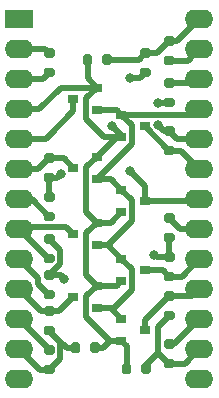
<source format=gtl>
G04 #@! TF.GenerationSoftware,KiCad,Pcbnew,5.1.12-84ad8e8a86~92~ubuntu20.04.1*
G04 #@! TF.CreationDate,2022-05-29T14:18:07-04:00*
G04 #@! TF.ProjectId,fluke9010-protection,666c756b-6539-4303-9130-2d70726f7465,rev?*
G04 #@! TF.SameCoordinates,Original*
G04 #@! TF.FileFunction,Copper,L1,Top*
G04 #@! TF.FilePolarity,Positive*
%FSLAX46Y46*%
G04 Gerber Fmt 4.6, Leading zero omitted, Abs format (unit mm)*
G04 Created by KiCad (PCBNEW 5.1.12-84ad8e8a86~92~ubuntu20.04.1) date 2022-05-29 14:18:07*
%MOMM*%
%LPD*%
G01*
G04 APERTURE LIST*
G04 #@! TA.AperFunction,ComponentPad*
%ADD10R,2.400000X1.600000*%
G04 #@! TD*
G04 #@! TA.AperFunction,ComponentPad*
%ADD11O,2.400000X1.600000*%
G04 #@! TD*
G04 #@! TA.AperFunction,SMDPad,CuDef*
%ADD12R,0.900000X0.800000*%
G04 #@! TD*
G04 #@! TA.AperFunction,ViaPad*
%ADD13C,0.800000*%
G04 #@! TD*
G04 #@! TA.AperFunction,Conductor*
%ADD14C,0.500000*%
G04 #@! TD*
G04 APERTURE END LIST*
G04 #@! TA.AperFunction,SMDPad,CuDef*
G36*
G01*
X134537000Y-69109000D02*
X134537000Y-68559000D01*
G75*
G02*
X134737000Y-68359000I200000J0D01*
G01*
X135137000Y-68359000D01*
G75*
G02*
X135337000Y-68559000I0J-200000D01*
G01*
X135337000Y-69109000D01*
G75*
G02*
X135137000Y-69309000I-200000J0D01*
G01*
X134737000Y-69309000D01*
G75*
G02*
X134537000Y-69109000I0J200000D01*
G01*
G37*
G04 #@! TD.AperFunction*
G04 #@! TA.AperFunction,SMDPad,CuDef*
G36*
G01*
X132887000Y-69109000D02*
X132887000Y-68559000D01*
G75*
G02*
X133087000Y-68359000I200000J0D01*
G01*
X133487000Y-68359000D01*
G75*
G02*
X133687000Y-68559000I0J-200000D01*
G01*
X133687000Y-69109000D01*
G75*
G02*
X133487000Y-69309000I-200000J0D01*
G01*
X133087000Y-69309000D01*
G75*
G02*
X132887000Y-69109000I0J200000D01*
G01*
G37*
G04 #@! TD.AperFunction*
G04 #@! TA.AperFunction,SMDPad,CuDef*
G36*
G01*
X132671000Y-92943000D02*
X132671000Y-93493000D01*
G75*
G02*
X132471000Y-93693000I-200000J0D01*
G01*
X132071000Y-93693000D01*
G75*
G02*
X131871000Y-93493000I0J200000D01*
G01*
X131871000Y-92943000D01*
G75*
G02*
X132071000Y-92743000I200000J0D01*
G01*
X132471000Y-92743000D01*
G75*
G02*
X132671000Y-92943000I0J-200000D01*
G01*
G37*
G04 #@! TD.AperFunction*
G04 #@! TA.AperFunction,SMDPad,CuDef*
G36*
G01*
X134321000Y-92943000D02*
X134321000Y-93493000D01*
G75*
G02*
X134121000Y-93693000I-200000J0D01*
G01*
X133721000Y-93693000D01*
G75*
G02*
X133521000Y-93493000I0J200000D01*
G01*
X133521000Y-92943000D01*
G75*
G02*
X133721000Y-92743000I200000J0D01*
G01*
X134121000Y-92743000D01*
G75*
G02*
X134321000Y-92943000I0J-200000D01*
G01*
G37*
G04 #@! TD.AperFunction*
G04 #@! TA.AperFunction,SMDPad,CuDef*
G36*
G01*
X137839000Y-95271000D02*
X137839000Y-94721000D01*
G75*
G02*
X138039000Y-94521000I200000J0D01*
G01*
X138439000Y-94521000D01*
G75*
G02*
X138639000Y-94721000I0J-200000D01*
G01*
X138639000Y-95271000D01*
G75*
G02*
X138439000Y-95471000I-200000J0D01*
G01*
X138039000Y-95471000D01*
G75*
G02*
X137839000Y-95271000I0J200000D01*
G01*
G37*
G04 #@! TD.AperFunction*
G04 #@! TA.AperFunction,SMDPad,CuDef*
G36*
G01*
X136189000Y-95271000D02*
X136189000Y-94721000D01*
G75*
G02*
X136389000Y-94521000I200000J0D01*
G01*
X136789000Y-94521000D01*
G75*
G02*
X136989000Y-94721000I0J-200000D01*
G01*
X136989000Y-95271000D01*
G75*
G02*
X136789000Y-95471000I-200000J0D01*
G01*
X136389000Y-95471000D01*
G75*
G02*
X136189000Y-95271000I0J200000D01*
G01*
G37*
G04 #@! TD.AperFunction*
G04 #@! TA.AperFunction,SMDPad,CuDef*
G36*
G01*
X139933000Y-72053000D02*
X140483000Y-72053000D01*
G75*
G02*
X140683000Y-72253000I0J-200000D01*
G01*
X140683000Y-72653000D01*
G75*
G02*
X140483000Y-72853000I-200000J0D01*
G01*
X139933000Y-72853000D01*
G75*
G02*
X139733000Y-72653000I0J200000D01*
G01*
X139733000Y-72253000D01*
G75*
G02*
X139933000Y-72053000I200000J0D01*
G01*
G37*
G04 #@! TD.AperFunction*
G04 #@! TA.AperFunction,SMDPad,CuDef*
G36*
G01*
X139933000Y-70403000D02*
X140483000Y-70403000D01*
G75*
G02*
X140683000Y-70603000I0J-200000D01*
G01*
X140683000Y-71003000D01*
G75*
G02*
X140483000Y-71203000I-200000J0D01*
G01*
X139933000Y-71203000D01*
G75*
G02*
X139733000Y-71003000I0J200000D01*
G01*
X139733000Y-70603000D01*
G75*
G02*
X139933000Y-70403000I200000J0D01*
G01*
G37*
G04 #@! TD.AperFunction*
G04 #@! TA.AperFunction,SMDPad,CuDef*
G36*
G01*
X129773000Y-94659000D02*
X130323000Y-94659000D01*
G75*
G02*
X130523000Y-94859000I0J-200000D01*
G01*
X130523000Y-95259000D01*
G75*
G02*
X130323000Y-95459000I-200000J0D01*
G01*
X129773000Y-95459000D01*
G75*
G02*
X129573000Y-95259000I0J200000D01*
G01*
X129573000Y-94859000D01*
G75*
G02*
X129773000Y-94659000I200000J0D01*
G01*
G37*
G04 #@! TD.AperFunction*
G04 #@! TA.AperFunction,SMDPad,CuDef*
G36*
G01*
X129773000Y-93009000D02*
X130323000Y-93009000D01*
G75*
G02*
X130523000Y-93209000I0J-200000D01*
G01*
X130523000Y-93609000D01*
G75*
G02*
X130323000Y-93809000I-200000J0D01*
G01*
X129773000Y-93809000D01*
G75*
G02*
X129573000Y-93609000I0J200000D01*
G01*
X129573000Y-93209000D01*
G75*
G02*
X129773000Y-93009000I200000J0D01*
G01*
G37*
G04 #@! TD.AperFunction*
G04 #@! TA.AperFunction,SMDPad,CuDef*
G36*
G01*
X140483000Y-67647000D02*
X139933000Y-67647000D01*
G75*
G02*
X139733000Y-67447000I0J200000D01*
G01*
X139733000Y-67047000D01*
G75*
G02*
X139933000Y-66847000I200000J0D01*
G01*
X140483000Y-66847000D01*
G75*
G02*
X140683000Y-67047000I0J-200000D01*
G01*
X140683000Y-67447000D01*
G75*
G02*
X140483000Y-67647000I-200000J0D01*
G01*
G37*
G04 #@! TD.AperFunction*
G04 #@! TA.AperFunction,SMDPad,CuDef*
G36*
G01*
X140483000Y-69297000D02*
X139933000Y-69297000D01*
G75*
G02*
X139733000Y-69097000I0J200000D01*
G01*
X139733000Y-68697000D01*
G75*
G02*
X139933000Y-68497000I200000J0D01*
G01*
X140483000Y-68497000D01*
G75*
G02*
X140683000Y-68697000I0J-200000D01*
G01*
X140683000Y-69097000D01*
G75*
G02*
X140483000Y-69297000I-200000J0D01*
G01*
G37*
G04 #@! TD.AperFunction*
G04 #@! TA.AperFunction,SMDPad,CuDef*
G36*
G01*
X130323000Y-80855000D02*
X129773000Y-80855000D01*
G75*
G02*
X129573000Y-80655000I0J200000D01*
G01*
X129573000Y-80255000D01*
G75*
G02*
X129773000Y-80055000I200000J0D01*
G01*
X130323000Y-80055000D01*
G75*
G02*
X130523000Y-80255000I0J-200000D01*
G01*
X130523000Y-80655000D01*
G75*
G02*
X130323000Y-80855000I-200000J0D01*
G01*
G37*
G04 #@! TD.AperFunction*
G04 #@! TA.AperFunction,SMDPad,CuDef*
G36*
G01*
X130323000Y-82505000D02*
X129773000Y-82505000D01*
G75*
G02*
X129573000Y-82305000I0J200000D01*
G01*
X129573000Y-81905000D01*
G75*
G02*
X129773000Y-81705000I200000J0D01*
G01*
X130323000Y-81705000D01*
G75*
G02*
X130523000Y-81905000I0J-200000D01*
G01*
X130523000Y-82305000D01*
G75*
G02*
X130323000Y-82505000I-200000J0D01*
G01*
G37*
G04 #@! TD.AperFunction*
G04 #@! TA.AperFunction,SMDPad,CuDef*
G36*
G01*
X130323000Y-68663000D02*
X129773000Y-68663000D01*
G75*
G02*
X129573000Y-68463000I0J200000D01*
G01*
X129573000Y-68063000D01*
G75*
G02*
X129773000Y-67863000I200000J0D01*
G01*
X130323000Y-67863000D01*
G75*
G02*
X130523000Y-68063000I0J-200000D01*
G01*
X130523000Y-68463000D01*
G75*
G02*
X130323000Y-68663000I-200000J0D01*
G01*
G37*
G04 #@! TD.AperFunction*
G04 #@! TA.AperFunction,SMDPad,CuDef*
G36*
G01*
X130323000Y-70313000D02*
X129773000Y-70313000D01*
G75*
G02*
X129573000Y-70113000I0J200000D01*
G01*
X129573000Y-69713000D01*
G75*
G02*
X129773000Y-69513000I200000J0D01*
G01*
X130323000Y-69513000D01*
G75*
G02*
X130523000Y-69713000I0J-200000D01*
G01*
X130523000Y-70113000D01*
G75*
G02*
X130323000Y-70313000I-200000J0D01*
G01*
G37*
G04 #@! TD.AperFunction*
G04 #@! TA.AperFunction,SMDPad,CuDef*
G36*
G01*
X130323000Y-87459000D02*
X129773000Y-87459000D01*
G75*
G02*
X129573000Y-87259000I0J200000D01*
G01*
X129573000Y-86859000D01*
G75*
G02*
X129773000Y-86659000I200000J0D01*
G01*
X130323000Y-86659000D01*
G75*
G02*
X130523000Y-86859000I0J-200000D01*
G01*
X130523000Y-87259000D01*
G75*
G02*
X130323000Y-87459000I-200000J0D01*
G01*
G37*
G04 #@! TD.AperFunction*
G04 #@! TA.AperFunction,SMDPad,CuDef*
G36*
G01*
X130323000Y-89109000D02*
X129773000Y-89109000D01*
G75*
G02*
X129573000Y-88909000I0J200000D01*
G01*
X129573000Y-88509000D01*
G75*
G02*
X129773000Y-88309000I200000J0D01*
G01*
X130323000Y-88309000D01*
G75*
G02*
X130523000Y-88509000I0J-200000D01*
G01*
X130523000Y-88909000D01*
G75*
G02*
X130323000Y-89109000I-200000J0D01*
G01*
G37*
G04 #@! TD.AperFunction*
G04 #@! TA.AperFunction,SMDPad,CuDef*
G36*
G01*
X139933000Y-83483000D02*
X140483000Y-83483000D01*
G75*
G02*
X140683000Y-83683000I0J-200000D01*
G01*
X140683000Y-84083000D01*
G75*
G02*
X140483000Y-84283000I-200000J0D01*
G01*
X139933000Y-84283000D01*
G75*
G02*
X139733000Y-84083000I0J200000D01*
G01*
X139733000Y-83683000D01*
G75*
G02*
X139933000Y-83483000I200000J0D01*
G01*
G37*
G04 #@! TD.AperFunction*
G04 #@! TA.AperFunction,SMDPad,CuDef*
G36*
G01*
X139933000Y-81833000D02*
X140483000Y-81833000D01*
G75*
G02*
X140683000Y-82033000I0J-200000D01*
G01*
X140683000Y-82433000D01*
G75*
G02*
X140483000Y-82633000I-200000J0D01*
G01*
X139933000Y-82633000D01*
G75*
G02*
X139733000Y-82433000I0J200000D01*
G01*
X139733000Y-82033000D01*
G75*
G02*
X139933000Y-81833000I200000J0D01*
G01*
G37*
G04 #@! TD.AperFunction*
G04 #@! TA.AperFunction,SMDPad,CuDef*
G36*
G01*
X139933000Y-94151000D02*
X140483000Y-94151000D01*
G75*
G02*
X140683000Y-94351000I0J-200000D01*
G01*
X140683000Y-94751000D01*
G75*
G02*
X140483000Y-94951000I-200000J0D01*
G01*
X139933000Y-94951000D01*
G75*
G02*
X139733000Y-94751000I0J200000D01*
G01*
X139733000Y-94351000D01*
G75*
G02*
X139933000Y-94151000I200000J0D01*
G01*
G37*
G04 #@! TD.AperFunction*
G04 #@! TA.AperFunction,SMDPad,CuDef*
G36*
G01*
X139933000Y-92501000D02*
X140483000Y-92501000D01*
G75*
G02*
X140683000Y-92701000I0J-200000D01*
G01*
X140683000Y-93101000D01*
G75*
G02*
X140483000Y-93301000I-200000J0D01*
G01*
X139933000Y-93301000D01*
G75*
G02*
X139733000Y-93101000I0J200000D01*
G01*
X139733000Y-92701000D01*
G75*
G02*
X139933000Y-92501000I200000J0D01*
G01*
G37*
G04 #@! TD.AperFunction*
G04 #@! TA.AperFunction,SMDPad,CuDef*
G36*
G01*
X140483000Y-75267000D02*
X139933000Y-75267000D01*
G75*
G02*
X139733000Y-75067000I0J200000D01*
G01*
X139733000Y-74667000D01*
G75*
G02*
X139933000Y-74467000I200000J0D01*
G01*
X140483000Y-74467000D01*
G75*
G02*
X140683000Y-74667000I0J-200000D01*
G01*
X140683000Y-75067000D01*
G75*
G02*
X140483000Y-75267000I-200000J0D01*
G01*
G37*
G04 #@! TD.AperFunction*
G04 #@! TA.AperFunction,SMDPad,CuDef*
G36*
G01*
X140483000Y-76917000D02*
X139933000Y-76917000D01*
G75*
G02*
X139733000Y-76717000I0J200000D01*
G01*
X139733000Y-76317000D01*
G75*
G02*
X139933000Y-76117000I200000J0D01*
G01*
X140483000Y-76117000D01*
G75*
G02*
X140683000Y-76317000I0J-200000D01*
G01*
X140683000Y-76717000D01*
G75*
G02*
X140483000Y-76917000I-200000J0D01*
G01*
G37*
G04 #@! TD.AperFunction*
G04 #@! TA.AperFunction,SMDPad,CuDef*
G36*
G01*
X129773000Y-91357000D02*
X130323000Y-91357000D01*
G75*
G02*
X130523000Y-91557000I0J-200000D01*
G01*
X130523000Y-91957000D01*
G75*
G02*
X130323000Y-92157000I-200000J0D01*
G01*
X129773000Y-92157000D01*
G75*
G02*
X129573000Y-91957000I0J200000D01*
G01*
X129573000Y-91557000D01*
G75*
G02*
X129773000Y-91357000I200000J0D01*
G01*
G37*
G04 #@! TD.AperFunction*
G04 #@! TA.AperFunction,SMDPad,CuDef*
G36*
G01*
X129773000Y-89707000D02*
X130323000Y-89707000D01*
G75*
G02*
X130523000Y-89907000I0J-200000D01*
G01*
X130523000Y-90307000D01*
G75*
G02*
X130323000Y-90507000I-200000J0D01*
G01*
X129773000Y-90507000D01*
G75*
G02*
X129573000Y-90307000I0J200000D01*
G01*
X129573000Y-89907000D01*
G75*
G02*
X129773000Y-89707000I200000J0D01*
G01*
G37*
G04 #@! TD.AperFunction*
G04 #@! TA.AperFunction,SMDPad,CuDef*
G36*
G01*
X138451000Y-68663000D02*
X137901000Y-68663000D01*
G75*
G02*
X137701000Y-68463000I0J200000D01*
G01*
X137701000Y-68063000D01*
G75*
G02*
X137901000Y-67863000I200000J0D01*
G01*
X138451000Y-67863000D01*
G75*
G02*
X138651000Y-68063000I0J-200000D01*
G01*
X138651000Y-68463000D01*
G75*
G02*
X138451000Y-68663000I-200000J0D01*
G01*
G37*
G04 #@! TD.AperFunction*
G04 #@! TA.AperFunction,SMDPad,CuDef*
G36*
G01*
X138451000Y-70313000D02*
X137901000Y-70313000D01*
G75*
G02*
X137701000Y-70113000I0J200000D01*
G01*
X137701000Y-69713000D01*
G75*
G02*
X137901000Y-69513000I200000J0D01*
G01*
X138451000Y-69513000D01*
G75*
G02*
X138651000Y-69713000I0J-200000D01*
G01*
X138651000Y-70113000D01*
G75*
G02*
X138451000Y-70313000I-200000J0D01*
G01*
G37*
G04 #@! TD.AperFunction*
G04 #@! TA.AperFunction,SMDPad,CuDef*
G36*
G01*
X129773000Y-78403000D02*
X130323000Y-78403000D01*
G75*
G02*
X130523000Y-78603000I0J-200000D01*
G01*
X130523000Y-79003000D01*
G75*
G02*
X130323000Y-79203000I-200000J0D01*
G01*
X129773000Y-79203000D01*
G75*
G02*
X129573000Y-79003000I0J200000D01*
G01*
X129573000Y-78603000D01*
G75*
G02*
X129773000Y-78403000I200000J0D01*
G01*
G37*
G04 #@! TD.AperFunction*
G04 #@! TA.AperFunction,SMDPad,CuDef*
G36*
G01*
X129773000Y-76753000D02*
X130323000Y-76753000D01*
G75*
G02*
X130523000Y-76953000I0J-200000D01*
G01*
X130523000Y-77353000D01*
G75*
G02*
X130323000Y-77553000I-200000J0D01*
G01*
X129773000Y-77553000D01*
G75*
G02*
X129573000Y-77353000I0J200000D01*
G01*
X129573000Y-76953000D01*
G75*
G02*
X129773000Y-76753000I200000J0D01*
G01*
G37*
G04 #@! TD.AperFunction*
G04 #@! TA.AperFunction,SMDPad,CuDef*
G36*
G01*
X130323000Y-84411000D02*
X129773000Y-84411000D01*
G75*
G02*
X129573000Y-84211000I0J200000D01*
G01*
X129573000Y-83811000D01*
G75*
G02*
X129773000Y-83611000I200000J0D01*
G01*
X130323000Y-83611000D01*
G75*
G02*
X130523000Y-83811000I0J-200000D01*
G01*
X130523000Y-84211000D01*
G75*
G02*
X130323000Y-84411000I-200000J0D01*
G01*
G37*
G04 #@! TD.AperFunction*
G04 #@! TA.AperFunction,SMDPad,CuDef*
G36*
G01*
X130323000Y-86061000D02*
X129773000Y-86061000D01*
G75*
G02*
X129573000Y-85861000I0J200000D01*
G01*
X129573000Y-85461000D01*
G75*
G02*
X129773000Y-85261000I200000J0D01*
G01*
X130323000Y-85261000D01*
G75*
G02*
X130523000Y-85461000I0J-200000D01*
G01*
X130523000Y-85861000D01*
G75*
G02*
X130323000Y-86061000I-200000J0D01*
G01*
G37*
G04 #@! TD.AperFunction*
G04 #@! TA.AperFunction,SMDPad,CuDef*
G36*
G01*
X140483000Y-85935000D02*
X139933000Y-85935000D01*
G75*
G02*
X139733000Y-85735000I0J200000D01*
G01*
X139733000Y-85335000D01*
G75*
G02*
X139933000Y-85135000I200000J0D01*
G01*
X140483000Y-85135000D01*
G75*
G02*
X140683000Y-85335000I0J-200000D01*
G01*
X140683000Y-85735000D01*
G75*
G02*
X140483000Y-85935000I-200000J0D01*
G01*
G37*
G04 #@! TD.AperFunction*
G04 #@! TA.AperFunction,SMDPad,CuDef*
G36*
G01*
X140483000Y-87585000D02*
X139933000Y-87585000D01*
G75*
G02*
X139733000Y-87385000I0J200000D01*
G01*
X139733000Y-86985000D01*
G75*
G02*
X139933000Y-86785000I200000J0D01*
G01*
X140483000Y-86785000D01*
G75*
G02*
X140683000Y-86985000I0J-200000D01*
G01*
X140683000Y-87385000D01*
G75*
G02*
X140483000Y-87585000I-200000J0D01*
G01*
G37*
G04 #@! TD.AperFunction*
G04 #@! TA.AperFunction,SMDPad,CuDef*
G36*
G01*
X139933000Y-90087000D02*
X140483000Y-90087000D01*
G75*
G02*
X140683000Y-90287000I0J-200000D01*
G01*
X140683000Y-90687000D01*
G75*
G02*
X140483000Y-90887000I-200000J0D01*
G01*
X139933000Y-90887000D01*
G75*
G02*
X139733000Y-90687000I0J200000D01*
G01*
X139733000Y-90287000D01*
G75*
G02*
X139933000Y-90087000I200000J0D01*
G01*
G37*
G04 #@! TD.AperFunction*
G04 #@! TA.AperFunction,SMDPad,CuDef*
G36*
G01*
X139933000Y-88437000D02*
X140483000Y-88437000D01*
G75*
G02*
X140683000Y-88637000I0J-200000D01*
G01*
X140683000Y-89037000D01*
G75*
G02*
X140483000Y-89237000I-200000J0D01*
G01*
X139933000Y-89237000D01*
G75*
G02*
X139733000Y-89037000I0J200000D01*
G01*
X139733000Y-88637000D01*
G75*
G02*
X139933000Y-88437000I200000J0D01*
G01*
G37*
G04 #@! TD.AperFunction*
D10*
X127516000Y-65382000D03*
D11*
X127516000Y-67922000D03*
X142756000Y-95862000D03*
X127516000Y-70462000D03*
X142756000Y-93322000D03*
X127516000Y-73002000D03*
X142756000Y-90782000D03*
X127516000Y-75542000D03*
X142756000Y-88242000D03*
X127516000Y-78082000D03*
X142756000Y-85702000D03*
X127516000Y-80622000D03*
X142756000Y-83162000D03*
X127516000Y-83162000D03*
X142756000Y-80622000D03*
X127516000Y-85702000D03*
X142756000Y-78082000D03*
X127516000Y-88242000D03*
X142756000Y-75542000D03*
X127516000Y-90782000D03*
X142756000Y-73002000D03*
X127516000Y-93322000D03*
X142756000Y-70462000D03*
X127516000Y-95862000D03*
X142756000Y-67922000D03*
X142756000Y-65382000D03*
D12*
X138160000Y-74422000D03*
X136160000Y-75372000D03*
X136160000Y-73472000D03*
X132096000Y-88900000D03*
X134096000Y-87950000D03*
X134096000Y-89850000D03*
X138160000Y-80772000D03*
X136160000Y-81722000D03*
X136160000Y-79822000D03*
X132096000Y-77978000D03*
X134096000Y-77028000D03*
X134096000Y-78928000D03*
X132096000Y-72136000D03*
X134096000Y-71186000D03*
X134096000Y-73086000D03*
X132096000Y-83566000D03*
X134096000Y-82616000D03*
X134096000Y-84516000D03*
X138160000Y-86614000D03*
X136160000Y-87564000D03*
X136160000Y-85664000D03*
X138160000Y-91694000D03*
X136160000Y-92644000D03*
X136160000Y-90744000D03*
D13*
X135382000Y-74422000D03*
X136906000Y-78232000D03*
X136906000Y-70358000D03*
X131056069Y-78487471D03*
X138938000Y-85344000D03*
X139262542Y-74369460D03*
X139262542Y-72460542D03*
X131318000Y-87376000D03*
D14*
X142161000Y-88837000D02*
X142756000Y-88242000D01*
X140208000Y-88837000D02*
X142161000Y-88837000D01*
X138160000Y-90885000D02*
X138160000Y-91694000D01*
X140208000Y-88837000D02*
X138160000Y-90885000D01*
X131032000Y-71186000D02*
X134096000Y-71186000D01*
X129216000Y-73002000D02*
X131032000Y-71186000D01*
X127516000Y-73002000D02*
X129216000Y-73002000D01*
X133195999Y-73846001D02*
X134721998Y-75372000D01*
X133195999Y-72086001D02*
X133195999Y-73846001D01*
X134721998Y-75372000D02*
X136160000Y-75372000D01*
X134096000Y-71186000D02*
X133195999Y-72086001D01*
X135752000Y-75372000D02*
X134096000Y-77028000D01*
X136160000Y-75372000D02*
X135752000Y-75372000D01*
X133195999Y-81715999D02*
X134096000Y-82616000D01*
X133195999Y-77928001D02*
X133195999Y-81715999D01*
X134096000Y-77028000D02*
X133195999Y-77928001D01*
X135266000Y-82616000D02*
X136160000Y-81722000D01*
X134096000Y-82616000D02*
X135266000Y-82616000D01*
X133195999Y-87049999D02*
X134096000Y-87950000D01*
X133195999Y-83516001D02*
X133195999Y-87049999D01*
X134096000Y-82616000D02*
X133195999Y-83516001D01*
X135774000Y-87950000D02*
X136160000Y-87564000D01*
X134096000Y-87950000D02*
X135774000Y-87950000D01*
X133195999Y-88850001D02*
X134096000Y-87950000D01*
X133195999Y-90629999D02*
X133195999Y-88850001D01*
X135210000Y-92644000D02*
X133195999Y-90629999D01*
X136160000Y-92644000D02*
X135210000Y-92644000D01*
X133287000Y-70377000D02*
X134096000Y-71186000D01*
X133287000Y-68834000D02*
X133287000Y-70377000D01*
X136160000Y-75200000D02*
X135382000Y-74422000D01*
X136160000Y-75372000D02*
X136160000Y-75200000D01*
X134636000Y-93218000D02*
X135210000Y-92644000D01*
X133921000Y-93218000D02*
X134636000Y-93218000D01*
X136589000Y-93073000D02*
X136160000Y-92644000D01*
X136589000Y-94996000D02*
X136589000Y-93073000D01*
X135774000Y-73086000D02*
X136160000Y-73472000D01*
X134096000Y-73086000D02*
X135774000Y-73086000D01*
X137060001Y-74372001D02*
X137060001Y-75963999D01*
X137060001Y-75963999D02*
X134096000Y-78928000D01*
X136160000Y-73472000D02*
X137060001Y-74372001D01*
X135266000Y-78928000D02*
X136160000Y-79822000D01*
X134096000Y-78928000D02*
X135266000Y-78928000D01*
X135026002Y-84516000D02*
X134096000Y-84516000D01*
X137060001Y-82482001D02*
X135026002Y-84516000D01*
X137060001Y-80722001D02*
X137060001Y-82482001D01*
X136160000Y-79822000D02*
X137060001Y-80722001D01*
X135012000Y-84516000D02*
X136160000Y-85664000D01*
X134096000Y-84516000D02*
X135012000Y-84516000D01*
X135534002Y-89850000D02*
X134096000Y-89850000D01*
X137060001Y-88324001D02*
X135534002Y-89850000D01*
X137060001Y-86564001D02*
X137060001Y-88324001D01*
X136160000Y-85664000D02*
X137060001Y-86564001D01*
X135266000Y-89850000D02*
X136160000Y-90744000D01*
X134096000Y-89850000D02*
X135266000Y-89850000D01*
X142286000Y-73472000D02*
X136160000Y-73472000D01*
X142756000Y-73002000D02*
X142286000Y-73472000D01*
X139637000Y-86614000D02*
X140208000Y-87185000D01*
X138160000Y-86614000D02*
X139637000Y-86614000D01*
X141273000Y-87185000D02*
X142756000Y-85702000D01*
X140208000Y-87185000D02*
X141273000Y-87185000D01*
X132096000Y-83566000D02*
X132096000Y-83613000D01*
X130015000Y-85661000D02*
X127516000Y-83162000D01*
X130048000Y-85661000D02*
X130015000Y-85661000D01*
X127722990Y-82955010D02*
X127516000Y-83162000D01*
X131485010Y-82955010D02*
X127722990Y-82955010D01*
X132096000Y-83566000D02*
X131485010Y-82955010D01*
X129753000Y-75542000D02*
X130048000Y-75247000D01*
X127516000Y-75542000D02*
X129753000Y-75542000D01*
X132096000Y-73199000D02*
X130048000Y-75247000D01*
X132096000Y-72136000D02*
X132096000Y-73199000D01*
X129119000Y-78082000D02*
X130048000Y-77153000D01*
X127516000Y-78082000D02*
X129119000Y-78082000D01*
X131271000Y-77153000D02*
X132096000Y-77978000D01*
X130048000Y-77153000D02*
X131271000Y-77153000D01*
X142606000Y-80772000D02*
X142756000Y-80622000D01*
X138160000Y-80772000D02*
X142606000Y-80772000D01*
X138160000Y-80772000D02*
X138160000Y-79486000D01*
X138160000Y-79486000D02*
X136906000Y-78232000D01*
X137731000Y-70358000D02*
X138176000Y-69913000D01*
X136906000Y-70358000D02*
X137731000Y-70358000D01*
X129381000Y-90107000D02*
X127516000Y-88242000D01*
X130048000Y-90107000D02*
X129381000Y-90107000D01*
X130889000Y-90107000D02*
X132096000Y-88900000D01*
X130048000Y-90107000D02*
X130889000Y-90107000D01*
X141191000Y-76517000D02*
X142756000Y-78082000D01*
X140208000Y-76517000D02*
X141191000Y-76517000D01*
X138160000Y-74469000D02*
X140208000Y-76517000D01*
X138160000Y-74422000D02*
X138160000Y-74469000D01*
X130048000Y-78803000D02*
X130048000Y-80455000D01*
X130740540Y-78803000D02*
X131056069Y-78487471D01*
X130048000Y-78803000D02*
X130740540Y-78803000D01*
X129707000Y-67922000D02*
X130048000Y-68263000D01*
X127516000Y-67922000D02*
X129707000Y-67922000D01*
X140208000Y-83883000D02*
X140208000Y-85535000D01*
X139129000Y-85535000D02*
X138938000Y-85344000D01*
X140208000Y-85535000D02*
X139129000Y-85535000D01*
X129499000Y-70462000D02*
X130048000Y-69913000D01*
X127516000Y-70462000D02*
X129499000Y-70462000D01*
X141527000Y-94551000D02*
X142756000Y-93322000D01*
X140208000Y-94551000D02*
X141527000Y-94551000D01*
X139282990Y-93625990D02*
X140208000Y-94551000D01*
X139282990Y-91412010D02*
X139282990Y-93625990D01*
X140208000Y-90487000D02*
X139282990Y-91412010D01*
X138239000Y-94669980D02*
X139282990Y-93625990D01*
X138239000Y-94996000D02*
X138239000Y-94669980D01*
X140637000Y-92901000D02*
X142756000Y-90782000D01*
X140208000Y-92901000D02*
X140637000Y-92901000D01*
X128565000Y-80622000D02*
X130048000Y-82105000D01*
X127516000Y-80622000D02*
X128565000Y-80622000D01*
X141137000Y-83162000D02*
X140208000Y-82233000D01*
X142756000Y-83162000D02*
X141137000Y-83162000D01*
X129122990Y-87308990D02*
X127516000Y-85702000D01*
X129122990Y-87783990D02*
X129122990Y-87308990D01*
X130048000Y-88709000D02*
X129122990Y-87783990D01*
X140883000Y-75542000D02*
X140208000Y-74867000D01*
X142756000Y-75542000D02*
X140883000Y-75542000D01*
X139760082Y-74867000D02*
X139262542Y-74369460D01*
X140208000Y-74867000D02*
X139760082Y-74867000D01*
X140200458Y-72460542D02*
X140208000Y-72453000D01*
X139262542Y-72460542D02*
X140200458Y-72460542D01*
X130048000Y-93314000D02*
X127516000Y-90782000D01*
X130048000Y-93409000D02*
X130048000Y-93314000D01*
X129253000Y-95059000D02*
X127516000Y-93322000D01*
X130048000Y-95059000D02*
X129253000Y-95059000D01*
X130973010Y-94133990D02*
X130048000Y-95059000D01*
X130973010Y-92682010D02*
X130973010Y-94133990D01*
X130048000Y-91757000D02*
X130973010Y-92682010D01*
X131509000Y-93218000D02*
X130048000Y-91757000D01*
X132271000Y-93218000D02*
X131509000Y-93218000D01*
X142415000Y-70803000D02*
X142756000Y-70462000D01*
X140208000Y-70803000D02*
X142415000Y-70803000D01*
X130973010Y-86133990D02*
X130048000Y-87059000D01*
X130973010Y-84936010D02*
X130973010Y-86133990D01*
X130048000Y-84011000D02*
X130973010Y-84936010D01*
X131001000Y-87059000D02*
X131318000Y-87376000D01*
X130048000Y-87059000D02*
X131001000Y-87059000D01*
X141781000Y-68897000D02*
X142756000Y-67922000D01*
X140208000Y-68897000D02*
X141781000Y-68897000D01*
X140891000Y-67247000D02*
X142756000Y-65382000D01*
X140208000Y-67247000D02*
X140891000Y-67247000D01*
X139192000Y-68263000D02*
X140208000Y-67247000D01*
X138176000Y-68263000D02*
X139192000Y-68263000D01*
X137605000Y-68834000D02*
X138176000Y-68263000D01*
X134937000Y-68834000D02*
X137605000Y-68834000D01*
M02*

</source>
